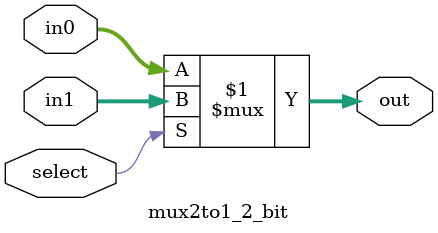
<source format=v>
module mux2to1_2_bit(select, in0, in1, out);
	input select;
	input [1:0] in0, in1;
	output [1:0] out;
	assign out = select ? in1 : in0;
endmodule
</source>
